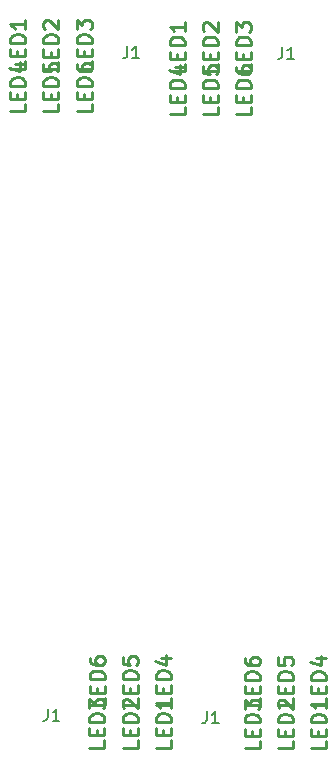
<source format=gbr>
G04 #@! TF.GenerationSoftware,KiCad,Pcbnew,(5.1.5)-3*
G04 #@! TF.CreationDate,2021-03-18T13:28:47-04:00*
G04 #@! TF.ProjectId,LED_Harness_3x2_GREEN,4c45445f-4861-4726-9e65-73735f337832,rev?*
G04 #@! TF.SameCoordinates,Original*
G04 #@! TF.FileFunction,Legend,Top*
G04 #@! TF.FilePolarity,Positive*
%FSLAX46Y46*%
G04 Gerber Fmt 4.6, Leading zero omitted, Abs format (unit mm)*
G04 Created by KiCad (PCBNEW (5.1.5)-3) date 2021-03-18 13:28:47*
%MOMM*%
%LPD*%
G04 APERTURE LIST*
%ADD10C,0.150000*%
%ADD11C,0.254000*%
G04 APERTURE END LIST*
D10*
X148143446Y-81172780D02*
X148143446Y-81887066D01*
X148095827Y-82029923D01*
X148000589Y-82125161D01*
X147857732Y-82172780D01*
X147762494Y-82172780D01*
X149143446Y-82172780D02*
X148572018Y-82172780D01*
X148857732Y-82172780D02*
X148857732Y-81172780D01*
X148762494Y-81315638D01*
X148667256Y-81410876D01*
X148572018Y-81458495D01*
D11*
X146233363Y-136307890D02*
X146233363Y-136912652D01*
X144963363Y-136912652D01*
X145568125Y-135884557D02*
X145568125Y-135461223D01*
X146233363Y-135279795D02*
X146233363Y-135884557D01*
X144963363Y-135884557D01*
X144963363Y-135279795D01*
X146233363Y-134735509D02*
X144963363Y-134735509D01*
X144963363Y-134433128D01*
X145023840Y-134251700D01*
X145144792Y-134130747D01*
X145265744Y-134070271D01*
X145507649Y-134009795D01*
X145689078Y-134009795D01*
X145930982Y-134070271D01*
X146051935Y-134130747D01*
X146172887Y-134251700D01*
X146233363Y-134433128D01*
X146233363Y-134735509D01*
X144963363Y-132921223D02*
X144963363Y-133163128D01*
X145023840Y-133284080D01*
X145084316Y-133344557D01*
X145265744Y-133465509D01*
X145507649Y-133525985D01*
X145991459Y-133525985D01*
X146112411Y-133465509D01*
X146172887Y-133405033D01*
X146233363Y-133284080D01*
X146233363Y-133042176D01*
X146172887Y-132921223D01*
X146112411Y-132860747D01*
X145991459Y-132800271D01*
X145689078Y-132800271D01*
X145568125Y-132860747D01*
X145507649Y-132921223D01*
X145447173Y-133042176D01*
X145447173Y-133284080D01*
X145507649Y-133405033D01*
X145568125Y-133465509D01*
X145689078Y-133525985D01*
X151851843Y-136305350D02*
X151851843Y-136910112D01*
X150581843Y-136910112D01*
X151186605Y-135882017D02*
X151186605Y-135458683D01*
X151851843Y-135277255D02*
X151851843Y-135882017D01*
X150581843Y-135882017D01*
X150581843Y-135277255D01*
X151851843Y-134732969D02*
X150581843Y-134732969D01*
X150581843Y-134430588D01*
X150642320Y-134249160D01*
X150763272Y-134128207D01*
X150884224Y-134067731D01*
X151126129Y-134007255D01*
X151307558Y-134007255D01*
X151549462Y-134067731D01*
X151670415Y-134128207D01*
X151791367Y-134249160D01*
X151851843Y-134430588D01*
X151851843Y-134732969D01*
X151005177Y-132918683D02*
X151851843Y-132918683D01*
X150521367Y-133221064D02*
X151428510Y-133523445D01*
X151428510Y-132737255D01*
X149045143Y-136302810D02*
X149045143Y-136907572D01*
X147775143Y-136907572D01*
X148379905Y-135879477D02*
X148379905Y-135456143D01*
X149045143Y-135274715D02*
X149045143Y-135879477D01*
X147775143Y-135879477D01*
X147775143Y-135274715D01*
X149045143Y-134730429D02*
X147775143Y-134730429D01*
X147775143Y-134428048D01*
X147835620Y-134246620D01*
X147956572Y-134125667D01*
X148077524Y-134065191D01*
X148319429Y-134004715D01*
X148500858Y-134004715D01*
X148742762Y-134065191D01*
X148863715Y-134125667D01*
X148984667Y-134246620D01*
X149045143Y-134428048D01*
X149045143Y-134730429D01*
X147775143Y-132855667D02*
X147775143Y-133460429D01*
X148379905Y-133520905D01*
X148319429Y-133460429D01*
X148258953Y-133339477D01*
X148258953Y-133037096D01*
X148319429Y-132916143D01*
X148379905Y-132855667D01*
X148500858Y-132795191D01*
X148803239Y-132795191D01*
X148924191Y-132855667D01*
X148984667Y-132916143D01*
X149045143Y-133037096D01*
X149045143Y-133339477D01*
X148984667Y-133460429D01*
X148924191Y-133520905D01*
X151849303Y-139932470D02*
X151849303Y-140537232D01*
X150579303Y-140537232D01*
X151184065Y-139509137D02*
X151184065Y-139085803D01*
X151849303Y-138904375D02*
X151849303Y-139509137D01*
X150579303Y-139509137D01*
X150579303Y-138904375D01*
X151849303Y-138360089D02*
X150579303Y-138360089D01*
X150579303Y-138057708D01*
X150639780Y-137876280D01*
X150760732Y-137755327D01*
X150881684Y-137694851D01*
X151123589Y-137634375D01*
X151305018Y-137634375D01*
X151546922Y-137694851D01*
X151667875Y-137755327D01*
X151788827Y-137876280D01*
X151849303Y-138057708D01*
X151849303Y-138360089D01*
X151849303Y-136424851D02*
X151849303Y-137150565D01*
X151849303Y-136787708D02*
X150579303Y-136787708D01*
X150760732Y-136908660D01*
X150881684Y-137029613D01*
X150942160Y-137150565D01*
X149041333Y-139927390D02*
X149041333Y-140532152D01*
X147771333Y-140532152D01*
X148376095Y-139504057D02*
X148376095Y-139080723D01*
X149041333Y-138899295D02*
X149041333Y-139504057D01*
X147771333Y-139504057D01*
X147771333Y-138899295D01*
X149041333Y-138355009D02*
X147771333Y-138355009D01*
X147771333Y-138052628D01*
X147831810Y-137871200D01*
X147952762Y-137750247D01*
X148073714Y-137689771D01*
X148315619Y-137629295D01*
X148497048Y-137629295D01*
X148738952Y-137689771D01*
X148859905Y-137750247D01*
X148980857Y-137871200D01*
X149041333Y-138052628D01*
X149041333Y-138355009D01*
X147892286Y-137145485D02*
X147831810Y-137085009D01*
X147771333Y-136964057D01*
X147771333Y-136661676D01*
X147831810Y-136540723D01*
X147892286Y-136480247D01*
X148013238Y-136419771D01*
X148134190Y-136419771D01*
X148315619Y-136480247D01*
X149041333Y-137205961D01*
X149041333Y-136419771D01*
X146230823Y-139932470D02*
X146230823Y-140537232D01*
X144960823Y-140537232D01*
X145565585Y-139509137D02*
X145565585Y-139085803D01*
X146230823Y-138904375D02*
X146230823Y-139509137D01*
X144960823Y-139509137D01*
X144960823Y-138904375D01*
X146230823Y-138360089D02*
X144960823Y-138360089D01*
X144960823Y-138057708D01*
X145021300Y-137876280D01*
X145142252Y-137755327D01*
X145263204Y-137694851D01*
X145505109Y-137634375D01*
X145686538Y-137634375D01*
X145928442Y-137694851D01*
X146049395Y-137755327D01*
X146170347Y-137876280D01*
X146230823Y-138057708D01*
X146230823Y-138360089D01*
X144960823Y-137211041D02*
X144960823Y-136424851D01*
X145444633Y-136848184D01*
X145444633Y-136666756D01*
X145505109Y-136545803D01*
X145565585Y-136485327D01*
X145686538Y-136424851D01*
X145988919Y-136424851D01*
X146109871Y-136485327D01*
X146170347Y-136545803D01*
X146230823Y-136666756D01*
X146230823Y-137029613D01*
X146170347Y-137150565D01*
X146109871Y-137211041D01*
X145494223Y-82594510D02*
X145494223Y-83199272D01*
X144224223Y-83199272D01*
X144828985Y-82171177D02*
X144828985Y-81747843D01*
X145494223Y-81566415D02*
X145494223Y-82171177D01*
X144224223Y-82171177D01*
X144224223Y-81566415D01*
X145494223Y-81022129D02*
X144224223Y-81022129D01*
X144224223Y-80719748D01*
X144284700Y-80538320D01*
X144405652Y-80417367D01*
X144526604Y-80356891D01*
X144768509Y-80296415D01*
X144949938Y-80296415D01*
X145191842Y-80356891D01*
X145312795Y-80417367D01*
X145433747Y-80538320D01*
X145494223Y-80719748D01*
X145494223Y-81022129D01*
X144224223Y-79873081D02*
X144224223Y-79086891D01*
X144708033Y-79510224D01*
X144708033Y-79328796D01*
X144768509Y-79207843D01*
X144828985Y-79147367D01*
X144949938Y-79086891D01*
X145252319Y-79086891D01*
X145373271Y-79147367D01*
X145433747Y-79207843D01*
X145494223Y-79328796D01*
X145494223Y-79691653D01*
X145433747Y-79812605D01*
X145373271Y-79873081D01*
X145491683Y-86219090D02*
X145491683Y-86823852D01*
X144221683Y-86823852D01*
X144826445Y-85795757D02*
X144826445Y-85372423D01*
X145491683Y-85190995D02*
X145491683Y-85795757D01*
X144221683Y-85795757D01*
X144221683Y-85190995D01*
X145491683Y-84646709D02*
X144221683Y-84646709D01*
X144221683Y-84344328D01*
X144282160Y-84162900D01*
X144403112Y-84041947D01*
X144524064Y-83981471D01*
X144765969Y-83920995D01*
X144947398Y-83920995D01*
X145189302Y-83981471D01*
X145310255Y-84041947D01*
X145431207Y-84162900D01*
X145491683Y-84344328D01*
X145491683Y-84646709D01*
X144221683Y-82832423D02*
X144221683Y-83074328D01*
X144282160Y-83195280D01*
X144342636Y-83255757D01*
X144524064Y-83376709D01*
X144765969Y-83437185D01*
X145249779Y-83437185D01*
X145370731Y-83376709D01*
X145431207Y-83316233D01*
X145491683Y-83195280D01*
X145491683Y-82953376D01*
X145431207Y-82832423D01*
X145370731Y-82771947D01*
X145249779Y-82711471D01*
X144947398Y-82711471D01*
X144826445Y-82771947D01*
X144765969Y-82832423D01*
X144705493Y-82953376D01*
X144705493Y-83195280D01*
X144765969Y-83316233D01*
X144826445Y-83376709D01*
X144947398Y-83437185D01*
D10*
X141765886Y-137416580D02*
X141765886Y-138130866D01*
X141718267Y-138273723D01*
X141623029Y-138368961D01*
X141480172Y-138416580D01*
X141384934Y-138416580D01*
X142765886Y-138416580D02*
X142194458Y-138416580D01*
X142480172Y-138416580D02*
X142480172Y-137416580D01*
X142384934Y-137559438D01*
X142289696Y-137654676D01*
X142194458Y-137702295D01*
D11*
X139873203Y-86221630D02*
X139873203Y-86826392D01*
X138603203Y-86826392D01*
X139207965Y-85798297D02*
X139207965Y-85374963D01*
X139873203Y-85193535D02*
X139873203Y-85798297D01*
X138603203Y-85798297D01*
X138603203Y-85193535D01*
X139873203Y-84649249D02*
X138603203Y-84649249D01*
X138603203Y-84346868D01*
X138663680Y-84165440D01*
X138784632Y-84044487D01*
X138905584Y-83984011D01*
X139147489Y-83923535D01*
X139328918Y-83923535D01*
X139570822Y-83984011D01*
X139691775Y-84044487D01*
X139812727Y-84165440D01*
X139873203Y-84346868D01*
X139873203Y-84649249D01*
X139026537Y-82834963D02*
X139873203Y-82834963D01*
X138542727Y-83137344D02*
X139449870Y-83439725D01*
X139449870Y-82653535D01*
X142679903Y-86224170D02*
X142679903Y-86828932D01*
X141409903Y-86828932D01*
X142014665Y-85800837D02*
X142014665Y-85377503D01*
X142679903Y-85196075D02*
X142679903Y-85800837D01*
X141409903Y-85800837D01*
X141409903Y-85196075D01*
X142679903Y-84651789D02*
X141409903Y-84651789D01*
X141409903Y-84349408D01*
X141470380Y-84167980D01*
X141591332Y-84047027D01*
X141712284Y-83986551D01*
X141954189Y-83926075D01*
X142135618Y-83926075D01*
X142377522Y-83986551D01*
X142498475Y-84047027D01*
X142619427Y-84167980D01*
X142679903Y-84349408D01*
X142679903Y-84651789D01*
X141409903Y-82777027D02*
X141409903Y-83381789D01*
X142014665Y-83442265D01*
X141954189Y-83381789D01*
X141893713Y-83260837D01*
X141893713Y-82958456D01*
X141954189Y-82837503D01*
X142014665Y-82777027D01*
X142135618Y-82716551D01*
X142437999Y-82716551D01*
X142558951Y-82777027D01*
X142619427Y-82837503D01*
X142679903Y-82958456D01*
X142679903Y-83260837D01*
X142619427Y-83381789D01*
X142558951Y-83442265D01*
X142683713Y-82599590D02*
X142683713Y-83204352D01*
X141413713Y-83204352D01*
X142018475Y-82176257D02*
X142018475Y-81752923D01*
X142683713Y-81571495D02*
X142683713Y-82176257D01*
X141413713Y-82176257D01*
X141413713Y-81571495D01*
X142683713Y-81027209D02*
X141413713Y-81027209D01*
X141413713Y-80724828D01*
X141474190Y-80543400D01*
X141595142Y-80422447D01*
X141716094Y-80361971D01*
X141957999Y-80301495D01*
X142139428Y-80301495D01*
X142381332Y-80361971D01*
X142502285Y-80422447D01*
X142623237Y-80543400D01*
X142683713Y-80724828D01*
X142683713Y-81027209D01*
X141534666Y-79817685D02*
X141474190Y-79757209D01*
X141413713Y-79636257D01*
X141413713Y-79333876D01*
X141474190Y-79212923D01*
X141534666Y-79152447D01*
X141655618Y-79091971D01*
X141776570Y-79091971D01*
X141957999Y-79152447D01*
X142683713Y-79878161D01*
X142683713Y-79091971D01*
X139875743Y-82594510D02*
X139875743Y-83199272D01*
X138605743Y-83199272D01*
X139210505Y-82171177D02*
X139210505Y-81747843D01*
X139875743Y-81566415D02*
X139875743Y-82171177D01*
X138605743Y-82171177D01*
X138605743Y-81566415D01*
X139875743Y-81022129D02*
X138605743Y-81022129D01*
X138605743Y-80719748D01*
X138666220Y-80538320D01*
X138787172Y-80417367D01*
X138908124Y-80356891D01*
X139150029Y-80296415D01*
X139331458Y-80296415D01*
X139573362Y-80356891D01*
X139694315Y-80417367D01*
X139815267Y-80538320D01*
X139875743Y-80719748D01*
X139875743Y-81022129D01*
X139875743Y-79086891D02*
X139875743Y-79812605D01*
X139875743Y-79449748D02*
X138605743Y-79449748D01*
X138787172Y-79570700D01*
X138908124Y-79691653D01*
X138968600Y-79812605D01*
X135909533Y-139876590D02*
X135909533Y-140481352D01*
X134639533Y-140481352D01*
X135244295Y-139453257D02*
X135244295Y-139029923D01*
X135909533Y-138848495D02*
X135909533Y-139453257D01*
X134639533Y-139453257D01*
X134639533Y-138848495D01*
X135909533Y-138304209D02*
X134639533Y-138304209D01*
X134639533Y-138001828D01*
X134700010Y-137820400D01*
X134820962Y-137699447D01*
X134941914Y-137638971D01*
X135183819Y-137578495D01*
X135365248Y-137578495D01*
X135607152Y-137638971D01*
X135728105Y-137699447D01*
X135849057Y-137820400D01*
X135909533Y-138001828D01*
X135909533Y-138304209D01*
X134760486Y-137094685D02*
X134700010Y-137034209D01*
X134639533Y-136913257D01*
X134639533Y-136610876D01*
X134700010Y-136489923D01*
X134760486Y-136429447D01*
X134881438Y-136368971D01*
X135002390Y-136368971D01*
X135183819Y-136429447D01*
X135909533Y-137155161D01*
X135909533Y-136368971D01*
X135913343Y-136252010D02*
X135913343Y-136856772D01*
X134643343Y-136856772D01*
X135248105Y-135828677D02*
X135248105Y-135405343D01*
X135913343Y-135223915D02*
X135913343Y-135828677D01*
X134643343Y-135828677D01*
X134643343Y-135223915D01*
X135913343Y-134679629D02*
X134643343Y-134679629D01*
X134643343Y-134377248D01*
X134703820Y-134195820D01*
X134824772Y-134074867D01*
X134945724Y-134014391D01*
X135187629Y-133953915D01*
X135369058Y-133953915D01*
X135610962Y-134014391D01*
X135731915Y-134074867D01*
X135852867Y-134195820D01*
X135913343Y-134377248D01*
X135913343Y-134679629D01*
X134643343Y-132804867D02*
X134643343Y-133409629D01*
X135248105Y-133470105D01*
X135187629Y-133409629D01*
X135127153Y-133288677D01*
X135127153Y-132986296D01*
X135187629Y-132865343D01*
X135248105Y-132804867D01*
X135369058Y-132744391D01*
X135671439Y-132744391D01*
X135792391Y-132804867D01*
X135852867Y-132865343D01*
X135913343Y-132986296D01*
X135913343Y-133288677D01*
X135852867Y-133409629D01*
X135792391Y-133470105D01*
X133099023Y-139881670D02*
X133099023Y-140486432D01*
X131829023Y-140486432D01*
X132433785Y-139458337D02*
X132433785Y-139035003D01*
X133099023Y-138853575D02*
X133099023Y-139458337D01*
X131829023Y-139458337D01*
X131829023Y-138853575D01*
X133099023Y-138309289D02*
X131829023Y-138309289D01*
X131829023Y-138006908D01*
X131889500Y-137825480D01*
X132010452Y-137704527D01*
X132131404Y-137644051D01*
X132373309Y-137583575D01*
X132554738Y-137583575D01*
X132796642Y-137644051D01*
X132917595Y-137704527D01*
X133038547Y-137825480D01*
X133099023Y-138006908D01*
X133099023Y-138309289D01*
X131829023Y-137160241D02*
X131829023Y-136374051D01*
X132312833Y-136797384D01*
X132312833Y-136615956D01*
X132373309Y-136495003D01*
X132433785Y-136434527D01*
X132554738Y-136374051D01*
X132857119Y-136374051D01*
X132978071Y-136434527D01*
X133038547Y-136495003D01*
X133099023Y-136615956D01*
X133099023Y-136978813D01*
X133038547Y-137099765D01*
X132978071Y-137160241D01*
X138717503Y-139881670D02*
X138717503Y-140486432D01*
X137447503Y-140486432D01*
X138052265Y-139458337D02*
X138052265Y-139035003D01*
X138717503Y-138853575D02*
X138717503Y-139458337D01*
X137447503Y-139458337D01*
X137447503Y-138853575D01*
X138717503Y-138309289D02*
X137447503Y-138309289D01*
X137447503Y-138006908D01*
X137507980Y-137825480D01*
X137628932Y-137704527D01*
X137749884Y-137644051D01*
X137991789Y-137583575D01*
X138173218Y-137583575D01*
X138415122Y-137644051D01*
X138536075Y-137704527D01*
X138657027Y-137825480D01*
X138717503Y-138006908D01*
X138717503Y-138309289D01*
X138717503Y-136374051D02*
X138717503Y-137099765D01*
X138717503Y-136736908D02*
X137447503Y-136736908D01*
X137628932Y-136857860D01*
X137749884Y-136978813D01*
X137810360Y-137099765D01*
X133101563Y-136257090D02*
X133101563Y-136861852D01*
X131831563Y-136861852D01*
X132436325Y-135833757D02*
X132436325Y-135410423D01*
X133101563Y-135228995D02*
X133101563Y-135833757D01*
X131831563Y-135833757D01*
X131831563Y-135228995D01*
X133101563Y-134684709D02*
X131831563Y-134684709D01*
X131831563Y-134382328D01*
X131892040Y-134200900D01*
X132012992Y-134079947D01*
X132133944Y-134019471D01*
X132375849Y-133958995D01*
X132557278Y-133958995D01*
X132799182Y-134019471D01*
X132920135Y-134079947D01*
X133041087Y-134200900D01*
X133101563Y-134382328D01*
X133101563Y-134684709D01*
X131831563Y-132870423D02*
X131831563Y-133112328D01*
X131892040Y-133233280D01*
X131952516Y-133293757D01*
X132133944Y-133414709D01*
X132375849Y-133475185D01*
X132859659Y-133475185D01*
X132980611Y-133414709D01*
X133041087Y-133354233D01*
X133101563Y-133233280D01*
X133101563Y-132991376D01*
X133041087Y-132870423D01*
X132980611Y-132809947D01*
X132859659Y-132749471D01*
X132557278Y-132749471D01*
X132436325Y-132809947D01*
X132375849Y-132870423D01*
X132315373Y-132991376D01*
X132315373Y-133233280D01*
X132375849Y-133354233D01*
X132436325Y-133414709D01*
X132557278Y-133475185D01*
D10*
X135011646Y-81121980D02*
X135011646Y-81836266D01*
X134964027Y-81979123D01*
X134868789Y-82074361D01*
X134725932Y-82121980D01*
X134630694Y-82121980D01*
X136011646Y-82121980D02*
X135440218Y-82121980D01*
X135725932Y-82121980D02*
X135725932Y-81121980D01*
X135630694Y-81264838D01*
X135535456Y-81360076D01*
X135440218Y-81407695D01*
D11*
X138720043Y-136254550D02*
X138720043Y-136859312D01*
X137450043Y-136859312D01*
X138054805Y-135831217D02*
X138054805Y-135407883D01*
X138720043Y-135226455D02*
X138720043Y-135831217D01*
X137450043Y-135831217D01*
X137450043Y-135226455D01*
X138720043Y-134682169D02*
X137450043Y-134682169D01*
X137450043Y-134379788D01*
X137510520Y-134198360D01*
X137631472Y-134077407D01*
X137752424Y-134016931D01*
X137994329Y-133956455D01*
X138175758Y-133956455D01*
X138417662Y-134016931D01*
X138538615Y-134077407D01*
X138659567Y-134198360D01*
X138720043Y-134379788D01*
X138720043Y-134682169D01*
X137873377Y-132867883D02*
X138720043Y-132867883D01*
X137389567Y-133170264D02*
X138296710Y-133472645D01*
X138296710Y-132686455D01*
D10*
X128278486Y-137213380D02*
X128278486Y-137927666D01*
X128230867Y-138070523D01*
X128135629Y-138165761D01*
X127992772Y-138213380D01*
X127897534Y-138213380D01*
X129278486Y-138213380D02*
X128707058Y-138213380D01*
X128992772Y-138213380D02*
X128992772Y-137213380D01*
X128897534Y-137356238D01*
X128802296Y-137451476D01*
X128707058Y-137499095D01*
D11*
X126388343Y-82391310D02*
X126388343Y-82996072D01*
X125118343Y-82996072D01*
X125723105Y-81967977D02*
X125723105Y-81544643D01*
X126388343Y-81363215D02*
X126388343Y-81967977D01*
X125118343Y-81967977D01*
X125118343Y-81363215D01*
X126388343Y-80818929D02*
X125118343Y-80818929D01*
X125118343Y-80516548D01*
X125178820Y-80335120D01*
X125299772Y-80214167D01*
X125420724Y-80153691D01*
X125662629Y-80093215D01*
X125844058Y-80093215D01*
X126085962Y-80153691D01*
X126206915Y-80214167D01*
X126327867Y-80335120D01*
X126388343Y-80516548D01*
X126388343Y-80818929D01*
X126388343Y-78883691D02*
X126388343Y-79609405D01*
X126388343Y-79246548D02*
X125118343Y-79246548D01*
X125299772Y-79367500D01*
X125420724Y-79488453D01*
X125481200Y-79609405D01*
X129196313Y-82396390D02*
X129196313Y-83001152D01*
X127926313Y-83001152D01*
X128531075Y-81973057D02*
X128531075Y-81549723D01*
X129196313Y-81368295D02*
X129196313Y-81973057D01*
X127926313Y-81973057D01*
X127926313Y-81368295D01*
X129196313Y-80824009D02*
X127926313Y-80824009D01*
X127926313Y-80521628D01*
X127986790Y-80340200D01*
X128107742Y-80219247D01*
X128228694Y-80158771D01*
X128470599Y-80098295D01*
X128652028Y-80098295D01*
X128893932Y-80158771D01*
X129014885Y-80219247D01*
X129135837Y-80340200D01*
X129196313Y-80521628D01*
X129196313Y-80824009D01*
X128047266Y-79614485D02*
X127986790Y-79554009D01*
X127926313Y-79433057D01*
X127926313Y-79130676D01*
X127986790Y-79009723D01*
X128047266Y-78949247D01*
X128168218Y-78888771D01*
X128289170Y-78888771D01*
X128470599Y-78949247D01*
X129196313Y-79674961D01*
X129196313Y-78888771D01*
X132006823Y-82391310D02*
X132006823Y-82996072D01*
X130736823Y-82996072D01*
X131341585Y-81967977D02*
X131341585Y-81544643D01*
X132006823Y-81363215D02*
X132006823Y-81967977D01*
X130736823Y-81967977D01*
X130736823Y-81363215D01*
X132006823Y-80818929D02*
X130736823Y-80818929D01*
X130736823Y-80516548D01*
X130797300Y-80335120D01*
X130918252Y-80214167D01*
X131039204Y-80153691D01*
X131281109Y-80093215D01*
X131462538Y-80093215D01*
X131704442Y-80153691D01*
X131825395Y-80214167D01*
X131946347Y-80335120D01*
X132006823Y-80516548D01*
X132006823Y-80818929D01*
X130736823Y-79669881D02*
X130736823Y-78883691D01*
X131220633Y-79307024D01*
X131220633Y-79125596D01*
X131281109Y-79004643D01*
X131341585Y-78944167D01*
X131462538Y-78883691D01*
X131764919Y-78883691D01*
X131885871Y-78944167D01*
X131946347Y-79004643D01*
X132006823Y-79125596D01*
X132006823Y-79488453D01*
X131946347Y-79609405D01*
X131885871Y-79669881D01*
X126385803Y-86018430D02*
X126385803Y-86623192D01*
X125115803Y-86623192D01*
X125720565Y-85595097D02*
X125720565Y-85171763D01*
X126385803Y-84990335D02*
X126385803Y-85595097D01*
X125115803Y-85595097D01*
X125115803Y-84990335D01*
X126385803Y-84446049D02*
X125115803Y-84446049D01*
X125115803Y-84143668D01*
X125176280Y-83962240D01*
X125297232Y-83841287D01*
X125418184Y-83780811D01*
X125660089Y-83720335D01*
X125841518Y-83720335D01*
X126083422Y-83780811D01*
X126204375Y-83841287D01*
X126325327Y-83962240D01*
X126385803Y-84143668D01*
X126385803Y-84446049D01*
X125539137Y-82631763D02*
X126385803Y-82631763D01*
X125055327Y-82934144D02*
X125962470Y-83236525D01*
X125962470Y-82450335D01*
X129192503Y-86020970D02*
X129192503Y-86625732D01*
X127922503Y-86625732D01*
X128527265Y-85597637D02*
X128527265Y-85174303D01*
X129192503Y-84992875D02*
X129192503Y-85597637D01*
X127922503Y-85597637D01*
X127922503Y-84992875D01*
X129192503Y-84448589D02*
X127922503Y-84448589D01*
X127922503Y-84146208D01*
X127982980Y-83964780D01*
X128103932Y-83843827D01*
X128224884Y-83783351D01*
X128466789Y-83722875D01*
X128648218Y-83722875D01*
X128890122Y-83783351D01*
X129011075Y-83843827D01*
X129132027Y-83964780D01*
X129192503Y-84146208D01*
X129192503Y-84448589D01*
X127922503Y-82573827D02*
X127922503Y-83178589D01*
X128527265Y-83239065D01*
X128466789Y-83178589D01*
X128406313Y-83057637D01*
X128406313Y-82755256D01*
X128466789Y-82634303D01*
X128527265Y-82573827D01*
X128648218Y-82513351D01*
X128950599Y-82513351D01*
X129071551Y-82573827D01*
X129132027Y-82634303D01*
X129192503Y-82755256D01*
X129192503Y-83057637D01*
X129132027Y-83178589D01*
X129071551Y-83239065D01*
X132004283Y-86015890D02*
X132004283Y-86620652D01*
X130734283Y-86620652D01*
X131339045Y-85592557D02*
X131339045Y-85169223D01*
X132004283Y-84987795D02*
X132004283Y-85592557D01*
X130734283Y-85592557D01*
X130734283Y-84987795D01*
X132004283Y-84443509D02*
X130734283Y-84443509D01*
X130734283Y-84141128D01*
X130794760Y-83959700D01*
X130915712Y-83838747D01*
X131036664Y-83778271D01*
X131278569Y-83717795D01*
X131459998Y-83717795D01*
X131701902Y-83778271D01*
X131822855Y-83838747D01*
X131943807Y-83959700D01*
X132004283Y-84141128D01*
X132004283Y-84443509D01*
X130734283Y-82629223D02*
X130734283Y-82871128D01*
X130794760Y-82992080D01*
X130855236Y-83052557D01*
X131036664Y-83173509D01*
X131278569Y-83233985D01*
X131762379Y-83233985D01*
X131883331Y-83173509D01*
X131943807Y-83113033D01*
X132004283Y-82992080D01*
X132004283Y-82750176D01*
X131943807Y-82629223D01*
X131883331Y-82568747D01*
X131762379Y-82508271D01*
X131459998Y-82508271D01*
X131339045Y-82568747D01*
X131278569Y-82629223D01*
X131218093Y-82750176D01*
X131218093Y-82992080D01*
X131278569Y-83113033D01*
X131339045Y-83173509D01*
X131459998Y-83233985D01*
M02*

</source>
